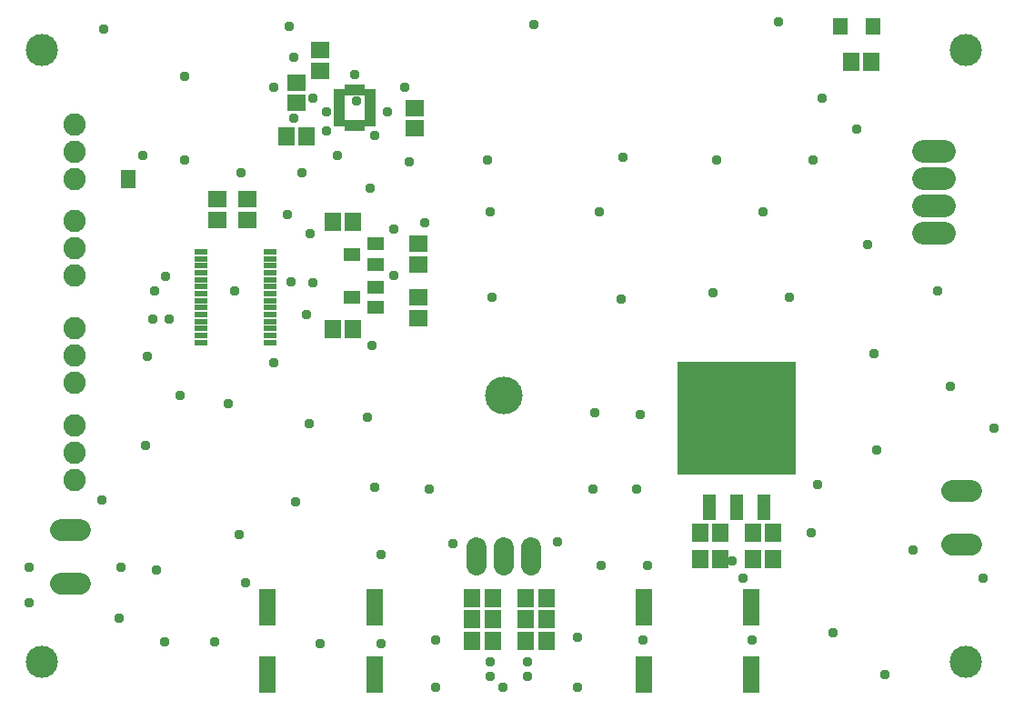
<source format=gbr>
G04 EAGLE Gerber RS-274X export*
G75*
%MOMM*%
%FSLAX34Y34*%
%LPD*%
%INSoldermask Top*%
%IPPOS*%
%AMOC8*
5,1,8,0,0,1.08239X$1,22.5*%
G01*
%ADD10C,3.003200*%
%ADD11C,1.879600*%
%ADD12C,3.505200*%
%ADD13R,1.503200X1.703200*%
%ADD14R,1.503200X3.503200*%
%ADD15R,1.203200X0.503200*%
%ADD16R,1.053200X0.473200*%
%ADD17R,0.473200X1.053200*%
%ADD18R,1.703200X1.503200*%
%ADD19C,2.082800*%
%ADD20R,1.473200X0.838200*%
%ADD21C,2.082800*%
%ADD22R,1.603200X1.203200*%
%ADD23R,11.003200X10.613200*%
%ADD24R,1.270000X2.362200*%
%ADD25R,1.403200X1.603200*%
%ADD26C,1.993900*%
%ADD27C,0.959600*%


D10*
X40000Y40000D03*
X900000Y40000D03*
X40000Y610000D03*
X900000Y610000D03*
D11*
X444600Y146782D02*
X444600Y130018D01*
X470000Y130018D02*
X470000Y146782D01*
X495400Y146782D02*
X495400Y130018D01*
D12*
X470000Y288260D03*
D13*
X440500Y100000D03*
X459500Y100000D03*
X440500Y80000D03*
X459500Y80000D03*
X440500Y60000D03*
X459500Y60000D03*
X509500Y100000D03*
X490500Y100000D03*
X509500Y80000D03*
X490500Y80000D03*
X509500Y60000D03*
X490500Y60000D03*
D14*
X350000Y28750D03*
X350000Y91250D03*
X250000Y28750D03*
X250000Y91250D03*
X600000Y28750D03*
X600000Y91250D03*
X700000Y28750D03*
X700000Y91250D03*
D15*
X188000Y422250D03*
X188000Y415750D03*
X188000Y409250D03*
X188000Y402750D03*
X188000Y396250D03*
X188000Y389750D03*
X188000Y383250D03*
X188000Y376750D03*
X188000Y370250D03*
X188000Y363750D03*
X188000Y357250D03*
X188000Y350750D03*
X188000Y344250D03*
X188000Y337750D03*
X252000Y337750D03*
X252000Y344250D03*
X252000Y350750D03*
X252000Y357250D03*
X252000Y363750D03*
X252000Y370250D03*
X252000Y376750D03*
X252000Y383250D03*
X252000Y389750D03*
X252000Y396250D03*
X252000Y402750D03*
X252000Y409250D03*
X252000Y415750D03*
X252000Y422250D03*
D16*
X316838Y541526D03*
D17*
X324638Y539826D03*
X328938Y539826D03*
X333238Y539826D03*
X337538Y539826D03*
D16*
X345338Y541526D03*
X345338Y545826D03*
X345338Y550126D03*
X345338Y554426D03*
X345338Y558726D03*
X345338Y563026D03*
X345338Y567326D03*
X345338Y571626D03*
D17*
X337538Y573326D03*
X333238Y573326D03*
X328938Y573326D03*
X324638Y573326D03*
D16*
X316838Y571626D03*
X316838Y567326D03*
X316838Y563026D03*
X316838Y558726D03*
X316838Y554426D03*
X316838Y550126D03*
X316838Y545826D03*
D13*
X267684Y529624D03*
X286684Y529624D03*
D18*
X298840Y609988D03*
X298840Y590988D03*
X277184Y579980D03*
X277184Y560980D03*
X387168Y537300D03*
X387168Y556300D03*
D19*
X70000Y490000D03*
X70000Y515400D03*
X70000Y540800D03*
X70000Y400000D03*
X70000Y425400D03*
X70000Y450800D03*
X70000Y300000D03*
X70000Y325400D03*
X70000Y350800D03*
X70000Y210000D03*
X70000Y235400D03*
X70000Y260800D03*
D20*
X120000Y494064D03*
X120000Y485936D03*
D18*
X230856Y452044D03*
X230856Y471044D03*
X203048Y452044D03*
X203048Y471044D03*
D21*
X860602Y440000D02*
X879398Y440000D01*
X879398Y465400D02*
X860602Y465400D01*
X860602Y490800D02*
X879398Y490800D01*
X879398Y516200D02*
X860602Y516200D01*
D22*
X329000Y420000D03*
X351000Y429500D03*
X351000Y410500D03*
X329000Y380000D03*
X351000Y389500D03*
X351000Y370500D03*
D18*
X390000Y379500D03*
X390000Y360500D03*
X390000Y429500D03*
X390000Y410500D03*
D13*
X329500Y450000D03*
X310500Y450000D03*
X329500Y350000D03*
X310500Y350000D03*
D23*
X686816Y267208D03*
D24*
X686816Y183896D03*
X661416Y183896D03*
X712216Y183896D03*
D13*
X652932Y160528D03*
X671932Y160528D03*
X652932Y136144D03*
X671932Y136144D03*
X720700Y136144D03*
X701700Y136144D03*
X720700Y160528D03*
X701700Y160528D03*
D25*
X813576Y631952D03*
X783576Y631952D03*
D13*
X812140Y599440D03*
X793140Y599440D03*
D26*
X75502Y163176D02*
X57595Y163176D01*
X57595Y113176D02*
X75502Y113176D01*
X887667Y149752D02*
X905574Y149752D01*
X905574Y199752D02*
X887667Y199752D01*
D27*
X682752Y134112D03*
X560832Y130048D03*
X603504Y130048D03*
X406400Y60960D03*
X538480Y62992D03*
X599440Y60960D03*
X298704Y56896D03*
X201168Y58928D03*
X701040Y60960D03*
X95504Y191008D03*
X136144Y241808D03*
X223520Y158496D03*
X138176Y325120D03*
X276352Y188976D03*
X213360Y280416D03*
X343408Y268224D03*
X355600Y140208D03*
X554736Y272288D03*
X597408Y270256D03*
X400304Y201168D03*
X225552Y495808D03*
X282448Y495808D03*
X382016Y505968D03*
X97536Y629920D03*
X497840Y633984D03*
X725424Y636016D03*
X270256Y631952D03*
X757936Y508000D03*
X455168Y508000D03*
X459232Y379984D03*
X735584Y379984D03*
X347472Y335280D03*
X286512Y363728D03*
X172720Y508000D03*
X134112Y512064D03*
X579120Y377952D03*
X581152Y510032D03*
X668528Y508000D03*
X664464Y384048D03*
X824992Y28448D03*
X916432Y117856D03*
X885952Y296672D03*
X816864Y237744D03*
X873760Y386080D03*
X593344Y201168D03*
X552704Y201168D03*
X692912Y117856D03*
X469392Y16256D03*
X406400Y16256D03*
X538480Y16256D03*
X256032Y319024D03*
X154432Y58928D03*
X111760Y81280D03*
X113792Y128016D03*
X355600Y56896D03*
X776224Y67056D03*
X851408Y144272D03*
X755904Y160528D03*
X926592Y258064D03*
X814832Y327152D03*
X219456Y386080D03*
X168656Y288544D03*
X288544Y262128D03*
X349504Y203200D03*
X558800Y459232D03*
X457200Y459232D03*
X711200Y459232D03*
X229616Y113792D03*
X146304Y125984D03*
X422656Y150368D03*
X520192Y152400D03*
X457200Y40640D03*
X491744Y40640D03*
X457200Y26416D03*
X491744Y26416D03*
X314960Y512064D03*
X345440Y481584D03*
X274320Y603504D03*
X331216Y587248D03*
X349504Y530352D03*
X377952Y575056D03*
X274320Y546608D03*
X333248Y562864D03*
X292608Y564896D03*
X256032Y575056D03*
X172720Y585216D03*
X28448Y95504D03*
X28448Y128016D03*
X808736Y428752D03*
X798576Y536448D03*
X766064Y564896D03*
X762000Y205232D03*
X292608Y393192D03*
X289560Y438912D03*
X272288Y394208D03*
X268224Y457200D03*
X155448Y399288D03*
X144780Y385572D03*
X143256Y359664D03*
X158496Y359664D03*
X304800Y552704D03*
X361696Y552704D03*
X304800Y534416D03*
X396240Y449072D03*
X367792Y442976D03*
X367792Y400304D03*
M02*

</source>
